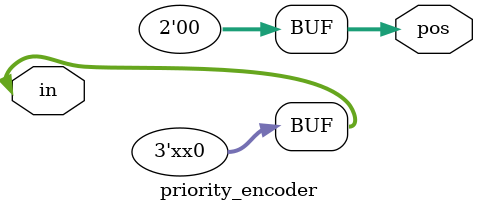
<source format=v>
module priority_encoder( 
input [2:0] in,
output reg [1:0] pos ); 
// When sel=1, assign b to out
always @(*) begin
// De-compact the input
in[2] = in[1];
in[1] = in[0];
in[0] = 1'b0;

case(in) 
3'b000: pos = 2'b00;
3'b001: pos = 2'b01;
3'b010: pos = 2'b10;
3'b011: pos = 2'b11;
default: pos = 2'b00;
endcase
end
endmodule

</source>
